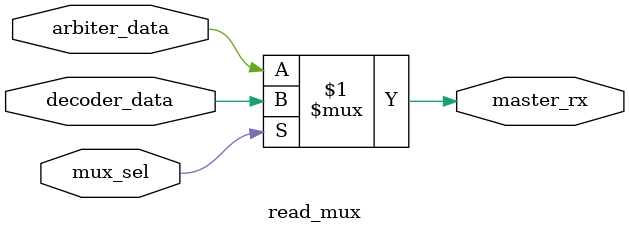
<source format=sv>
module read_mux(
    input logic mux_sel,
    input logic decoder_data,
    input logic arbiter_data,
    output logic master_rx
    );

    assign master_rx = mux_sel ? decoder_data : arbiter_data;
endmodule
</source>
